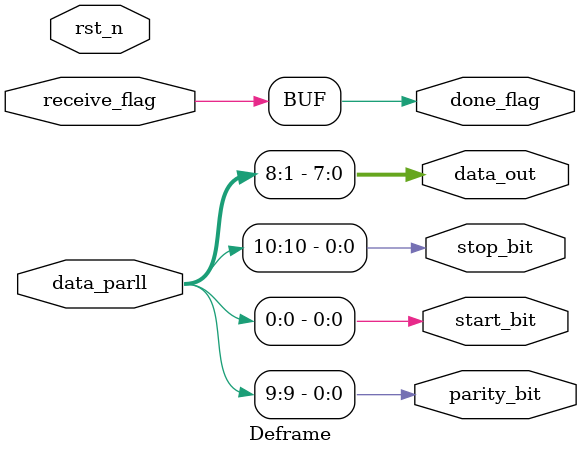
<source format=v>
module Deframe (

	input rst_n, 
	input receive_flag,
	input [10:0] data_parll, 

	output reg parity_bit,
	output reg start_bit,
	output reg stop_bit, 
	output reg done_flag,
	output reg [7:0]data_out
);


always@(*)

begin

	start_bit     = data_parll[0];
	stop_bit      = data_parll[10];
	done_flag     = receive_flag;
	data_out[7:0] = data_parll[8:1];
    parity_bit    = data_parll[9];

end 

endmodule

</source>
